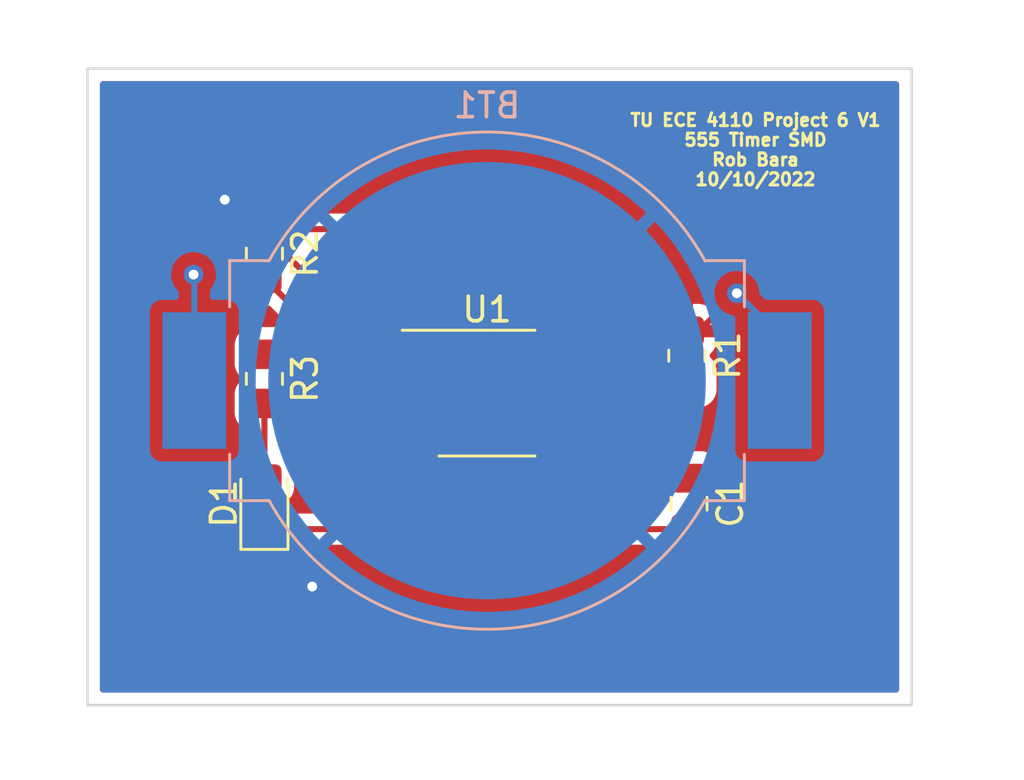
<source format=kicad_pcb>
(kicad_pcb (version 20211014) (generator pcbnew)
  (layers (0 "F.Cu" signal) (31 "B.Cu" signal) (34 "B.Paste" user) (35 "F.Paste" user) (36 "B.SilkS" user "B.Silkscreen") (37 "F.SilkS" user "F.Silkscreen") (38 "B.Mask" user) (39 "F.Mask" user) (44 "Edge.Cuts" user))
  (net 0 "")
  (net 1 "VDD")
  (net 2 "GND")
  (net 3 "Net-(C1-Pad1)")
  (net 4 "Net-(D1-Pad2)")
  (net 5 "Net-(R1-Pad2)")
  (net 6 "Net-(R3-Pad1)")
  (footprint "LED_SMD:LED_0805_2012Metric_Pad1.15x1.40mm_HandSolder" (layer "F.Cu") (at 136.74 84.256108 90)
    (fp_text reference "D1" (at 0 -1.65 90) (layer "F.SilkS"))
    (fp_text value "LED")
    (fp_line (start 1 -0.96) (end -1.86 -0.96) (layer "F.SilkS") (width 0.12))
    (fp_line (start -1.86 0.96) (end 1 0.96) (layer "F.SilkS") (width 0.12))
    (fp_line (start -1.86 -0.96) (end -1.86 0.96) (layer "F.SilkS") (width 0.12))
    (pad "1" smd roundrect (at -1.025 0 90) (size 1.15 1.4) (layers "F.Cu" "F.Paste" "F.Mask") (roundrect_rratio 0.2173913043) (net 2 "GND"))
    (pad "2" smd roundrect (at 1.025 0 90) (size 1.15 1.4) (layers "F.Cu" "F.Paste" "F.Mask") (roundrect_rratio 0.2173913043) (net 4 "Net-(D1-Pad2)"))
  )
  (footprint "Resistor_SMD:R_0805_2012Metric_Pad1.20x1.40mm_HandSolder" (layer "F.Cu") (at 153.924 78.232 -90)
    (fp_text reference "R1" (at 0 -1.65 90) (layer "F.SilkS"))
    (fp_text value "1k")
    (fp_line (start -0.227064 -0.735) (end 0.227064 -0.735) (layer "F.SilkS") (width 0.12))
    (fp_line (start -0.227064 0.735) (end 0.227064 0.735) (layer "F.SilkS") (width 0.12))
    (pad "1" smd roundrect (at -1 0 270) (size 1.2 1.4) (layers "F.Cu" "F.Paste" "F.Mask") (roundrect_rratio 0.2083333333) (net 1 "VDD"))
    (pad "2" smd roundrect (at 1 0 270) (size 1.2 1.4) (layers "F.Cu" "F.Paste" "F.Mask") (roundrect_rratio 0.2083333333) (net 5 "Net-(R1-Pad2)"))
  )
  (footprint "Resistor_SMD:R_0805_2012Metric_Pad1.20x1.40mm_HandSolder" (layer "F.Cu") (at 136.74 74.080108 -90)
    (fp_text reference "R2" (at 0 -1.65 90) (layer "F.SilkS"))
    (fp_text value "470k")
    (fp_line (start -0.227064 0.735) (end 0.227064 0.735) (layer "F.SilkS") (width 0.12))
    (fp_line (start -0.227064 -0.735) (end 0.227064 -0.735) (layer "F.SilkS") (width 0.12))
    (pad "1" smd roundrect (at -1 0 270) (size 1.2 1.4) (layers "F.Cu" "F.Paste" "F.Mask") (roundrect_rratio 0.2083333333) (net 5 "Net-(R1-Pad2)"))
    (pad "2" smd roundrect (at 1 0 270) (size 1.2 1.4) (layers "F.Cu" "F.Paste" "F.Mask") (roundrect_rratio 0.2083333333) (net 3 "Net-(C1-Pad1)"))
  )
  (footprint "Capacitor_SMD:C_0805_2012Metric_Pad1.18x1.45mm_HandSolder" (layer "F.Cu") (at 154.012 84.256108 -90)
    (fp_text reference "C1" (at 0 -1.68 90) (layer "F.SilkS"))
    (fp_text value "1uF")
    (fp_line (start -0.261252 0.735) (end 0.261252 0.735) (layer "F.SilkS") (width 0.12))
    (fp_line (start -0.261252 -0.735) (end 0.261252 -0.735) (layer "F.SilkS") (width 0.12))
    (pad "1" smd roundrect (at -1.0375 0 270) (size 1.175 1.45) (layers "F.Cu" "F.Paste" "F.Mask") (roundrect_rratio 0.2127659574) (net 3 "Net-(C1-Pad1)"))
    (pad "2" smd roundrect (at 1.0375 0 270) (size 1.175 1.45) (layers "F.Cu" "F.Paste" "F.Mask") (roundrect_rratio 0.2127659574) (net 2 "GND"))
  )
  (footprint "Resistor_SMD:R_0805_2012Metric_Pad1.20x1.40mm_HandSolder" (layer "F.Cu") (at 136.74 79.176108 -90)
    (fp_text reference "R3" (at 0 -1.65 90) (layer "F.SilkS"))
    (fp_text value "1k")
    (fp_line (start -0.227064 -0.735) (end 0.227064 -0.735) (layer "F.SilkS") (width 0.12))
    (fp_line (start -0.227064 0.735) (end 0.227064 0.735) (layer "F.SilkS") (width 0.12))
    (pad "1" smd roundrect (at -1 0 270) (size 1.2 1.4) (layers "F.Cu" "F.Paste" "F.Mask") (roundrect_rratio 0.2083333333) (net 6 "Net-(R3-Pad1)"))
    (pad "2" smd roundrect (at 1 0 270) (size 1.2 1.4) (layers "F.Cu" "F.Paste" "F.Mask") (roundrect_rratio 0.2083333333) (net 4 "Net-(D1-Pad2)"))
  )
  (footprint "Package_SO:SO-8_3.9x4.9mm_P1.27mm" (layer "F.Cu") (at 145.796 79.756)
    (fp_text reference "U1" (at 0 -3.4) (layer "F.SilkS"))
    (fp_text value "7555")
    (fp_line (start 0 -2.56) (end 1.95 -2.56) (layer "F.SilkS") (width 0.12))
    (fp_line (start 0 2.56) (end -1.95 2.56) (layer "F.SilkS") (width 0.12))
    (fp_line (start 0 2.56) (end 1.95 2.56) (layer "F.SilkS") (width 0.12))
    (fp_line (start 0 -2.56) (end -3.45 -2.56) (layer "F.SilkS") (width 0.12))
    (pad "1" smd roundrect (at -2.575 -1.905) (size 1.75 0.6) (layers "F.Cu" "F.Paste" "F.Mask") (net 2 "GND"))
    (pad "2" smd roundrect (at -2.575 -0.635) (size 1.75 0.6) (layers "F.Cu" "F.Paste" "F.Mask") (net 3 "Net-(C1-Pad1)"))
    (pad "3" smd roundrect (at -2.575 0.635) (size 1.75 0.6) (layers "F.Cu" "F.Paste" "F.Mask") (net 6 "Net-(R3-Pad1)"))
    (pad "4" smd roundrect (at -2.575 1.905) (size 1.75 0.6) (layers "F.Cu" "F.Paste" "F.Mask") (net 1 "VDD"))
    (pad "5" smd roundrect (at 2.575 1.905) (size 1.75 0.6) (layers "F.Cu" "F.Paste" "F.Mask"))
    (pad "6" smd roundrect (at 2.575 0.635) (size 1.75 0.6) (layers "F.Cu" "F.Paste" "F.Mask") (net 3 "Net-(C1-Pad1)"))
    (pad "7" smd roundrect (at 2.575 -0.635) (size 1.75 0.6) (layers "F.Cu" "F.Paste" "F.Mask") (net 5 "Net-(R1-Pad2)"))
    (pad "8" smd roundrect (at 2.575 -1.905) (size 1.75 0.6) (layers "F.Cu" "F.Paste" "F.Mask") (net 1 "VDD"))
  )
  (footprint "Battery:BatteryHolder_MPD_BC2003_1x2032" (layer "B.Cu") (at 145.796 79.248 180)
    (fp_text reference "BT1" (at 0 11.2) (layer "B.SilkS") (effects (justify mirror)))
    (fp_text value "CR2032")
    (fp_line (start 10.47 4.885) (end 8.86291 4.885) (layer "B.SilkS") (width 0.12))
    (fp_line (start 10.47 3) (end 10.47 4.885) (layer "B.SilkS") (width 0.12))
    (fp_line (start -10.47 -3) (end -10.47 -4.885) (layer "B.SilkS") (width 0.12))
    (fp_line (start -10.47 3) (end -10.47 4.885) (layer "B.SilkS") (width 0.12))
    (fp_line (start 10.47 -4.885) (end 8.86291 -4.885) (layer "B.SilkS") (width 0.12))
    (fp_line (start 10.47 -3) (end 10.47 -4.885) (layer "B.SilkS") (width 0.12))
    (fp_line (start -10.47 4.885) (end -8.86291 4.885) (layer "B.SilkS") (width 0.12))
    (fp_line (start -10.47 -4.885) (end -8.86291 -4.885) (layer "B.SilkS") (width 0.12))
    (fp_arc (start -8.86291 -4.885) (mid 0.002187 -10.12) (end 8.865021 -4.881168) (layer "B.SilkS") (width 0.12))
    (fp_arc (start 8.86291 4.885) (mid 0 10.12) (end -8.86291 4.885) (layer "B.SilkS") (width 0.12))
    (pad "1" smd rect (at -11.905 0 180) (size 2.6 5.56) (layers "B.Cu" "B.Paste" "B.Mask") (net 1 "VDD"))
    (pad "1" smd rect (at 11.905 0 180) (size 2.6 5.56) (layers "B.Cu" "B.Paste" "B.Mask") (net 1 "VDD"))
    (pad "2" smd circle (at 0 0 180) (size 17.8 17.8) (layers "B.Cu" "B.Mask") (net 2 "GND"))
  )
  (gr_rect (start 129.54 66.548) (end 163.068 92.456) (layer "Edge.Cuts") (width 0.1) (fill none))
  (gr_text "TU ECE 4110 Project 6 V1\n555 Timer SMD\nRob Bara\n10/10/2022" (at 156.718 69.85) (layer "F.SilkS") (effects (font (size 0.5 0.5) (thickness 0.125))))
  (segment (start 143.221 81.661) (end 140.750892 84.131108) (width 0.25) (layer "F.Cu") (net 1))
  (segment (start 133.858 81.937281) (end 133.858 74.93) (width 0.25) (layer "F.Cu") (net 1))
  (segment (start 140.750892 84.131108) (end 136.051827 84.131108) (width 0.25) (layer "F.Cu") (net 1))
  (segment (start 154.416 77.232) (end 153.924 77.232) (width 0.25) (layer "F.Cu") (net 1))
  (segment (start 153.162 70.866) (end 155.956 73.66) (width 0.25) (layer "F.Cu") (net 1))
  (segment (start 155.956 75.692) (end 154.416 77.232) (width 0.25) (layer "F.Cu") (net 1))
  (segment (start 133.858 74.93) (end 133.858 71.882) (width 0.25) (layer "F.Cu") (net 1))
  (segment (start 133.858 71.882) (end 134.874 70.866) (width 0.25) (layer "F.Cu") (net 1))
  (segment (start 136.051827 84.131108) (end 133.858 81.937281) (width 0.25) (layer "F.Cu") (net 1))
  (segment (start 134.874 70.866) (end 153.162 70.866) (width 0.25) (layer "F.Cu") (net 1))
  (segment (start 155.956 73.66) (end 155.956 75.692) (width 0.25) (layer "F.Cu") (net 1))
  (via (at 155.956 75.692) (size 0.8) (drill 0.4) (layers "F.Cu" "B.Cu") (net 1))
  (via (at 133.858 74.93) (size 0.8) (drill 0.4) (layers "F.Cu" "B.Cu") (net 1))
  (segment (start 133.891 79.248) (end 133.891 74.963) (width 0.25) (layer "B.Cu") (net 1))
  (segment (start 133.891 80.389121) (end 134.874 81.372121) (width 0.25) (layer "B.Cu") (net 1))
  (segment (start 133.891 74.963) (end 133.858 74.93) (width 0.25) (layer "B.Cu") (net 1))
  (segment (start 157.701 77.437) (end 155.956 75.692) (width 0.25) (layer "B.Cu") (net 1))
  (segment (start 133.891 79.248) (end 133.891 80.389121) (width 0.25) (layer "B.Cu") (net 1))
  (segment (start 157.701 79.248) (end 157.701 77.437) (width 0.25) (layer "B.Cu") (net 1))
  (segment (start 136.7525 85.293608) (end 154.012 85.293608) (width 0.25) (layer "F.Cu") (net 2))
  (segment (start 135.219108 74.005108) (end 134.874 73.66) (width 0.25) (layer "F.Cu") (net 2))
  (segment (start 134.874 72.136) (end 135.128 71.882) (width 0.25) (layer "F.Cu") (net 2))
  (segment (start 137.505108 74.005108) (end 135.219108 74.005108) (width 0.25) (layer "F.Cu") (net 2))
  (segment (start 136.74 85.686) (end 138.684 87.63) (width 0.25) (layer "F.Cu") (net 2))
  (segment (start 136.74 85.281108) (end 136.7525 85.293608) (width 0.25) (layer "F.Cu") (net 2))
  (segment (start 140.716 77.216) (end 137.505108 74.005108) (width 0.25) (layer "F.Cu") (net 2))
  (segment (start 136.74 85.281108) (end 136.74 85.686) (width 0.25) (layer "F.Cu") (net 2))
  (segment (start 143.221 77.851) (end 142.586 77.216) (width 0.25) (layer "F.Cu") (net 2))
  (segment (start 134.874 73.66) (end 134.874 72.136) (width 0.25) (layer "F.Cu") (net 2))
  (segment (start 142.586 77.216) (end 140.716 77.216) (width 0.25) (layer "F.Cu") (net 2))
  (via (at 135.128 71.882) (size 0.8) (drill 0.4) (layers "F.Cu" "B.Cu") (net 2))
  (via (at 138.684 87.63) (size 0.8) (drill 0.4) (layers "F.Cu" "B.Cu") (net 2))
  (segment (start 143.221 79.121) (end 143.637 79.121) (width 0.25) (layer "F.Cu") (net 3))
  (segment (start 136.74 75.080108) (end 136.74 75.096) (width 0.25) (layer "F.Cu") (net 3))
  (segment (start 144.907 80.391) (end 148.371 80.391) (width 0.25) (layer "F.Cu") (net 3))
  (segment (start 140.780892 79.121) (end 143.221 79.121) (width 0.25) (layer "F.Cu") (net 3))
  (segment (start 143.637 79.121) (end 144.907 80.391) (width 0.25) (layer "F.Cu") (net 3))
  (segment (start 136.74 75.096) (end 136.652 75.184) (width 0.25) (layer "F.Cu") (net 3))
  (segment (start 136.74 75.080108) (end 140.780892 79.121) (width 0.25) (layer "F.Cu") (net 3))
  (segment (start 148.371 80.391) (end 151.184392 80.391) (width 0.25) (layer "F.Cu") (net 3))
  (segment (start 151.184392 80.391) (end 154.012 83.218608) (width 0.25) (layer "F.Cu") (net 3))
  (segment (start 136.74 83.231108) (end 136.74 80.176108) (width 0.25) (layer "F.Cu") (net 4))
  (segment (start 141.152108 73.080108) (end 147.193 79.121) (width 0.25) (layer "F.Cu") (net 5))
  (segment (start 136.74 73.080108) (end 141.152108 73.080108) (width 0.25) (layer "F.Cu") (net 5))
  (segment (start 153.924 79.232) (end 148.482 79.232) (width 0.25) (layer "F.Cu") (net 5))
  (segment (start 147.193 79.121) (end 148.371 79.121) (width 0.25) (layer "F.Cu") (net 5))
  (segment (start 148.482 79.232) (end 148.371 79.121) (width 0.25) (layer "F.Cu") (net 5))
  (segment (start 136.74 78.176108) (end 138.954892 80.391) (width 0.25) (layer "F.Cu") (net 6))
  (segment (start 138.954892 80.391) (end 143.221 80.391) (width 0.25) (layer "F.Cu") (net 6))
  (zone (net 1) (net_name "VDD") (layer "F.Cu") (connect_pads (clearance 0.508)) (min_thickness 0.254) (fill yes (thermal_gap 0.508) (thermal_bridge_width 0.508))
    (polygon (pts (xy 163.83 93.98) (xy 126.238 93.98) (xy 126.238 63.754) (xy 163.83 63.754)))
  )
  (zone (net 2) (net_name "GND") (layer "B.Cu") (connect_pads (clearance 0.508)) (min_thickness 0.254) (fill yes (thermal_gap 0.508) (thermal_bridge_width 0.508))
    (polygon (pts (xy 167.64 95.504) (xy 125.984 95.504) (xy 125.984 65.024) (xy 167.64 65.024)))
  )
)
</source>
